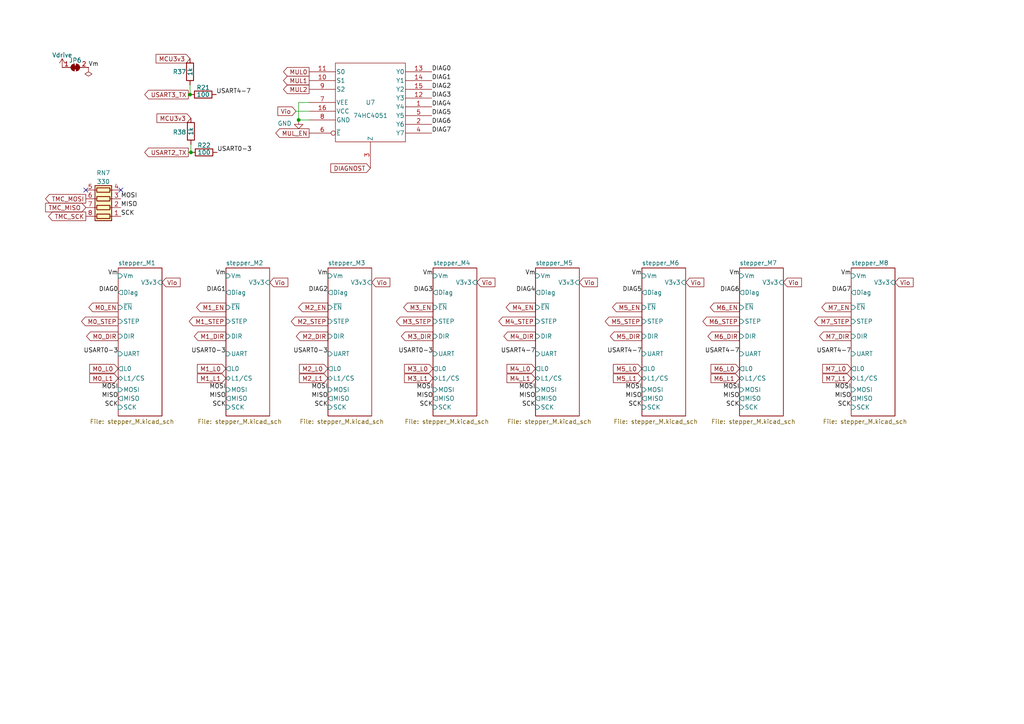
<source format=kicad_sch>
(kicad_sch (version 20211123) (generator eeschema)
  (paper "A4")
  (lib_symbols
    (symbol "Device:R" (pin_numbers hide) (pin_names (offset 0))
      (property "Reference" "R" (at 2.032 0 90))
      (property "Value" "R" (at 0 0 90))
      (symbol "R_0_1"
        (rectangle (start -1.016 -2.54) (end 1.016 2.54) (stroke (width 0.254)))
      )
      (symbol "R_1_1"
        (pin passive line (at 0 3.81 270) (length 1.27) (name "~") (number "1"))
        (pin passive line (at 0 -3.81 90) (length 1.27) (name "~") (number "2"))
      )
    )
    (symbol "Device:R_Pack04" (pin_names (offset 0) hide)
      (property "Reference" "RN" (at -7.62 0 90))
      (property "Value" "R_Pack04" (at 5.08 0 90))
      (symbol "R_Pack04_0_1"
        (rectangle (start -6.35 -2.413) (end 3.81 2.413) (stroke (width 0.254)) (fill (type background)))
        (rectangle (start -5.715 1.905) (end -4.445 -1.905) (stroke (width 0.254)))
        (rectangle (start -3.175 1.905) (end -1.905 -1.905) (stroke (width 0.254)))
        (rectangle (start -0.635 1.905) (end 0.635 -1.905) (stroke (width 0.254)))
        (polyline (pts (xy -5.08 -2.54) (xy -5.08 -1.905)))
        (polyline (pts (xy -5.08 1.905) (xy -5.08 2.54)))
        (polyline (pts (xy -2.54 -2.54) (xy -2.54 -1.905)))
        (polyline (pts (xy -2.54 1.905) (xy -2.54 2.54)))
        (polyline (pts (xy 0 -2.54) (xy 0 -1.905)))
        (polyline (pts (xy 0 1.905) (xy 0 2.54)))
        (polyline (pts (xy 2.54 -2.54) (xy 2.54 -1.905)))
        (polyline (pts (xy 2.54 1.905) (xy 2.54 2.54)))
        (rectangle (start 1.905 1.905) (end 3.175 -1.905) (stroke (width 0.254)))
      )
      (symbol "R_Pack04_1_1"
        (pin passive line (at -5.08 -5.08 90) (length 2.54) (name "R1.1") (number "1"))
        (pin passive line (at -2.54 -5.08 90) (length 2.54) (name "R2.1") (number "2"))
        (pin passive line (at 0 -5.08 90) (length 2.54) (name "R3.1") (number "3"))
        (pin passive line (at 2.54 -5.08 90) (length 2.54) (name "R4.1") (number "4"))
        (pin passive line (at 2.54 5.08 270) (length 2.54) (name "R4.2") (number "5"))
        (pin passive line (at 0 5.08 270) (length 2.54) (name "R3.2") (number "6"))
        (pin passive line (at -2.54 5.08 270) (length 2.54) (name "R2.2") (number "7"))
        (pin passive line (at -5.08 5.08 270) (length 2.54) (name "R1.2") (number "8"))
      )
    )
    (symbol "Jumper:SolderJumper_2_Bridged" (pin_names (offset 0) hide)
      (property "Reference" "JP" (at 0 2.032 0))
      (property "Value" "SolderJumper_2_Bridged" (at 0 -2.54 0))
      (symbol "SolderJumper_2_Bridged_0_1"
        (rectangle (start -0.508 0.508) (end 0.508 -0.508) (fill (type outline)))
        (arc (start -0.254 1.016) (mid -1.27 0) (end -0.254 -1.016))
        (arc (start -0.254 1.016) (mid -1.27 0) (end -0.254 -1.016) (fill (type outline)))
        (polyline (pts (xy -0.254 1.016) (xy -0.254 -1.016)))
        (polyline (pts (xy 0.254 1.016) (xy 0.254 -1.016)))
        (arc (start 0.254 -1.016) (mid 1.27 0) (end 0.254 1.016))
        (arc (start 0.254 -1.016) (mid 1.27 0) (end 0.254 1.016) (fill (type outline)))
      )
      (symbol "SolderJumper_2_Bridged_1_1"
        (pin passive line (at -3.81 0 0) (length 2.54) (name "A") (number "1"))
        (pin passive line (at 3.81 0 180) (length 2.54) (name "B") (number "2"))
      )
    )
    (symbol "power:GND" (power) (pin_names (offset 0))
      (property "Value" "GND" (at 0 -3.81 0))
      (symbol "GND_0_1"
        (polyline (pts (xy 0 0) (xy 0 -1.27) (xy 1.27 -1.27) (xy 0 -2.54) (xy -1.27 -1.27) (xy 0 -1.27)))
      )
      (symbol "GND_1_1"
        (pin power_in line (at 0 0 270) (length 0) hide (name "GND") (number "1"))
      )
    )
    (symbol "power:PWR_FLAG" (power) (pin_numbers hide) (pin_names (offset 0) hide)
      (property "Value" "PWR_FLAG" (at 0 3.81 0))
      (symbol "PWR_FLAG_0_0"
        (pin power_out line (at 0 0 90) (length 0) (name "pwr") (number "1"))
      )
      (symbol "PWR_FLAG_0_1"
        (polyline (pts (xy 0 0) (xy 0 1.27) (xy -1.016 1.905) (xy 0 2.54) (xy 1.016 1.905) (xy 0 1.27)))
      )
    )
    (symbol "power:Vdrive" (power) (pin_names (offset 0))
      (property "Value" "Vdrive" (at 0 3.81 0))
      (symbol "Vdrive_0_1"
        (polyline (pts (xy -0.762 1.27) (xy 0 2.54)))
        (polyline (pts (xy 0 0) (xy 0 2.54)))
        (polyline (pts (xy 0 2.54) (xy 0.762 1.27)))
      )
      (symbol "Vdrive_1_1"
        (pin power_in line (at 0 0 90) (length 0) hide (name "Vdrive") (number "1"))
      )
    )
    (symbol "stm32-rescue:74HC4051" (pin_names (offset 0.254))
      (property "Reference" "U" (at 0 0 0))
      (property "Value" "74HC4051" (at 0 -3.81 0))
      (symbol "74HC4051_0_1"
        (rectangle (start -10.16 11.43) (end 10.16 -11.43))
      )
      (symbol "74HC4051_1_1"
        (pin bidirectional line (at 17.78 -1.27 180) (length 7.62) (name "Y4") (number "1"))
        (pin input line (at -17.78 6.35 0) (length 7.62) (name "S1") (number "10"))
        (pin input line (at -17.78 8.89 0) (length 7.62) (name "S0") (number "11"))
        (pin bidirectional line (at 17.78 1.27 180) (length 7.62) (name "Y3") (number "12"))
        (pin bidirectional line (at 17.78 8.89 180) (length 7.62) (name "Y0") (number "13"))
        (pin bidirectional line (at 17.78 6.35 180) (length 7.62) (name "Y1") (number "14"))
        (pin bidirectional line (at 17.78 3.81 180) (length 7.62) (name "Y2") (number "15"))
        (pin power_in line (at -17.78 -2.54 0) (length 7.62) (name "VCC") (number "16"))
        (pin bidirectional line (at 17.78 -6.35 180) (length 7.62) (name "Y6") (number "2"))
        (pin bidirectional line (at 0 -19.05 90) (length 7.62) (name "Z") (number "3"))
        (pin bidirectional line (at 17.78 -8.89 180) (length 7.62) (name "Y7") (number "4"))
        (pin bidirectional line (at 17.78 -3.81 180) (length 7.62) (name "Y5") (number "5"))
        (pin input inverted (at -17.78 -8.89 0) (length 7.62) (name "~{E}") (number "6"))
        (pin power_in line (at -17.78 0 0) (length 7.62) (name "VEE") (number "7"))
        (pin power_in line (at -17.78 -5.08 0) (length 7.62) (name "GND") (number "8"))
        (pin input line (at -17.78 3.81 0) (length 7.62) (name "S2") (number "9"))
      )
    )
  )
  (junction (at 55.372 44.196))
  (junction (at 55.118 27.432))
  (junction (at 86.614 34.798))
  (no_connect (at 24.892 55.118))
  (no_connect (at 35.052 55.118))
  (wire (pts (xy 86.614 34.798) (xy 89.662 34.798)))
  (wire (pts (xy 55.372 44.196) (xy 54.61 44.196)))
  (wire (pts (xy 89.662 29.718) (xy 86.614 29.718)))
  (wire (pts (xy 86.614 29.718) (xy 86.614 34.798)))
  (wire (pts (xy 54.61 27.432) (xy 55.118 27.432)))
  (wire (pts (xy 85.852 32.258) (xy 89.662 32.258)))
  (wire (pts (xy 55.118 24.638) (xy 55.118 27.432)))
  (wire (pts (xy 55.372 41.91) (xy 55.372 44.196)))
  (label "DIAG0" (at 125.222 20.828 0))
  (label "DIAG3" (at 125.603 84.836 180))
  (label "Vm" (at 155.321 80.01 180))
  (label "DIAG4" (at 155.321 84.836 180))
  (label "USART4-7" (at 155.321 102.616 180))
  (label "DIAG7" (at 125.222 38.608 0))
  (label "USART0-3" (at 65.532 102.616 180))
  (label "DIAG1" (at 65.532 84.836 180))
  (label "DIAG7" (at 246.888 84.836 180))
  (label "MISO" (at 35.052 60.198 0))
  (label "USART0-3" (at 95.123 102.616 180))
  (label "Vm" (at 34.29 80.01 180))
  (label "MOSI" (at 246.888 113.03 180))
  (label "USART0-3" (at 34.29 102.616 180))
  (label "SCK" (at 65.532 118.11 180))
  (label "SCK" (at 95.123 118.11 180))
  (label "DIAG3" (at 125.222 28.448 0))
  (label "SCK" (at 186.182 118.11 180))
  (label "MISO" (at 186.182 115.57 180))
  (label "DIAG6" (at 125.222 36.068 0))
  (label "MOSI" (at 214.503 113.03 180))
  (label "SCK" (at 125.603 118.11 180))
  (label "MISO" (at 65.532 115.57 180))
  (label "SCK" (at 34.29 118.11 180))
  (label "Vm" (at 246.888 80.01 180))
  (label "Vm" (at 25.654 19.558 0))
  (label "MOSI" (at 186.182 113.03 180))
  (label "MISO" (at 125.603 115.57 180))
  (label "SCK" (at 35.052 62.738 0))
  (label "DIAG5" (at 186.182 84.836 180))
  (label "USART4-7" (at 214.503 102.616 180))
  (label "MOSI" (at 35.052 57.658 0))
  (label "USART4-7" (at 62.738 27.432 0))
  (label "DIAG6" (at 214.503 84.836 180))
  (label "USART4-7" (at 246.888 102.616 180))
  (label "Vm" (at 214.503 80.01 180))
  (label "SCK" (at 155.321 118.11 180))
  (label "DIAG1" (at 125.222 23.368 0))
  (label "DIAG0" (at 34.29 84.836 180))
  (label "DIAG2" (at 95.123 84.836 180))
  (label "Vm" (at 95.123 80.01 180))
  (label "DIAG2" (at 125.222 25.908 0))
  (label "USART4-7" (at 186.182 102.616 180))
  (label "USART0-3" (at 62.992 44.196 0))
  (label "MISO" (at 155.321 115.57 180))
  (label "Vm" (at 65.532 80.01 180))
  (label "MOSI" (at 34.29 113.03 180))
  (label "MOSI" (at 155.321 113.03 180))
  (label "Vm" (at 186.182 80.01 180))
  (label "DIAG5" (at 125.222 33.528 0))
  (label "MOSI" (at 95.123 113.03 180))
  (label "MOSI" (at 125.603 113.03 180))
  (label "MISO" (at 95.123 115.57 180))
  (label "SCK" (at 246.888 118.11 180))
  (label "USART0-3" (at 125.603 102.616 180))
  (label "MISO" (at 214.503 115.57 180))
  (label "MISO" (at 246.888 115.57 180))
  (label "MOSI" (at 65.532 113.03 180))
  (label "DIAG4" (at 125.222 30.988 0))
  (label "SCK" (at 214.503 118.11 180))
  (label "MISO" (at 34.29 115.57 180))
  (label "Vm" (at 125.603 80.01 180))
  (global_label "MUL_EN" (shape output) (at 89.662 38.608 180) (property "Intersheet References" "${INTERSHEET_REFS}" (effects hide)))
  (global_label "M0_EN" (shape output) (at 34.29 89.154 180) (property "Intersheet References" "${INTERSHEET_REFS}" (effects hide)))
  (global_label "M7_L1" (shape input) (at 246.888 109.728 180) (property "Intersheet References" "${INTERSHEET_REFS}" (effects hide)))
  (global_label "M4_STEP" (shape output) (at 155.321 93.218 180) (property "Intersheet References" "${INTERSHEET_REFS}" (effects hide)))
  (global_label "M7_EN" (shape output) (at 246.888 89.154 180) (property "Intersheet References" "${INTERSHEET_REFS}" (effects hide)))
  (global_label "M3_EN" (shape output) (at 125.603 89.154 180) (property "Intersheet References" "${INTERSHEET_REFS}" (effects hide)))
  (global_label "M1_L0" (shape input) (at 65.532 106.934 180) (property "Intersheet References" "${INTERSHEET_REFS}" (effects hide)))
  (global_label "M1_DIR" (shape output) (at 65.532 97.536 180) (property "Intersheet References" "${INTERSHEET_REFS}" (effects hide)))
  (global_label "M5_L1" (shape input) (at 186.182 109.728 180) (property "Intersheet References" "${INTERSHEET_REFS}" (effects hide)))
  (global_label "Vio" (shape input) (at 227.203 81.915 0) (property "Intersheet References" "${INTERSHEET_REFS}" (effects hide)))
  (global_label "Vio" (shape input) (at 85.852 32.258 180) (property "Intersheet References" "${INTERSHEET_REFS}" (effects hide)))
  (global_label "TMC_SCK" (shape output) (at 24.892 62.738 180) (property "Intersheet References" "${INTERSHEET_REFS}" (effects hide)))
  (global_label "M5_L0" (shape input) (at 186.182 106.934 180) (property "Intersheet References" "${INTERSHEET_REFS}" (effects hide)))
  (global_label "M3_DIR" (shape output) (at 125.603 97.536 180) (property "Intersheet References" "${INTERSHEET_REFS}" (effects hide)))
  (global_label "M6_EN" (shape output) (at 214.503 89.154 180) (property "Intersheet References" "${INTERSHEET_REFS}" (effects hide)))
  (global_label "M1_L1" (shape input) (at 65.532 109.728 180) (property "Intersheet References" "${INTERSHEET_REFS}" (effects hide)))
  (global_label "M0_STEP" (shape output) (at 34.29 93.218 180) (property "Intersheet References" "${INTERSHEET_REFS}" (effects hide)))
  (global_label "Vio" (shape input) (at 78.232 81.915 0) (property "Intersheet References" "${INTERSHEET_REFS}" (effects hide)))
  (global_label "MUL0" (shape output) (at 89.662 20.828 180) (property "Intersheet References" "${INTERSHEET_REFS}" (effects hide)))
  (global_label "USART2_TX" (shape output) (at 54.61 44.196 180) (property "Intersheet References" "${INTERSHEET_REFS}" (effects hide)))
  (global_label "Vio" (shape input) (at 107.823 81.915 0) (property "Intersheet References" "${INTERSHEET_REFS}" (effects hide)))
  (global_label "M1_EN" (shape output) (at 65.532 89.154 180) (property "Intersheet References" "${INTERSHEET_REFS}" (effects hide)))
  (global_label "M7_DIR" (shape output) (at 246.888 97.536 180) (property "Intersheet References" "${INTERSHEET_REFS}" (effects hide)))
  (global_label "USART3_TX" (shape output) (at 54.61 27.432 180) (property "Intersheet References" "${INTERSHEET_REFS}" (effects hide)))
  (global_label "DIAGNOST" (shape input) (at 107.442 48.768 180) (property "Intersheet References" "${INTERSHEET_REFS}" (effects hide)))
  (global_label "M0_L0" (shape input) (at 34.29 106.934 180) (property "Intersheet References" "${INTERSHEET_REFS}" (effects hide)))
  (global_label "Vio" (shape input) (at 46.99 81.915 0) (property "Intersheet References" "${INTERSHEET_REFS}" (effects hide)))
  (global_label "M2_EN" (shape output) (at 95.123 89.154 180) (property "Intersheet References" "${INTERSHEET_REFS}" (effects hide)))
  (global_label "Vio" (shape input) (at 198.882 81.915 0) (property "Intersheet References" "${INTERSHEET_REFS}" (effects hide)))
  (global_label "M7_STEP" (shape output) (at 246.888 93.218 180) (property "Intersheet References" "${INTERSHEET_REFS}" (effects hide)))
  (global_label "M5_STEP" (shape output) (at 186.182 93.218 180) (property "Intersheet References" "${INTERSHEET_REFS}" (effects hide)))
  (global_label "MCU3v3" (shape input) (at 55.118 17.018 180) (property "Intersheet References" "${INTERSHEET_REFS}" (effects hide)))
  (global_label "M2_STEP" (shape output) (at 95.123 93.218 180) (property "Intersheet References" "${INTERSHEET_REFS}" (effects hide)))
  (global_label "Vio" (shape input) (at 138.303 81.915 0) (property "Intersheet References" "${INTERSHEET_REFS}" (effects hide)))
  (global_label "M3_L0" (shape input) (at 125.603 106.934 180) (property "Intersheet References" "${INTERSHEET_REFS}" (effects hide)))
  (global_label "M0_DIR" (shape output) (at 34.29 97.536 180) (property "Intersheet References" "${INTERSHEET_REFS}" (effects hide)))
  (global_label "M6_L0" (shape input) (at 214.503 106.934 180) (property "Intersheet References" "${INTERSHEET_REFS}" (effects hide)))
  (global_label "M2_L0" (shape input) (at 95.123 106.934 180) (property "Intersheet References" "${INTERSHEET_REFS}" (effects hide)))
  (global_label "Vio" (shape input) (at 168.021 81.915 0) (property "Intersheet References" "${INTERSHEET_REFS}" (effects hide)))
  (global_label "M6_L1" (shape input) (at 214.503 109.728 180) (property "Intersheet References" "${INTERSHEET_REFS}" (effects hide)))
  (global_label "M4_L1" (shape input) (at 155.321 109.728 180) (property "Intersheet References" "${INTERSHEET_REFS}" (effects hide)))
  (global_label "M4_EN" (shape output) (at 155.321 89.154 180) (property "Intersheet References" "${INTERSHEET_REFS}" (effects hide)))
  (global_label "TMC_MISO" (shape input) (at 24.892 60.198 180) (property "Intersheet References" "${INTERSHEET_REFS}" (effects hide)))
  (global_label "M0_L1" (shape input) (at 34.29 109.728 180) (property "Intersheet References" "${INTERSHEET_REFS}" (effects hide)))
  (global_label "MUL2" (shape output) (at 89.662 25.908 180) (property "Intersheet References" "${INTERSHEET_REFS}" (effects hide)))
  (global_label "TMC_MOSI" (shape output) (at 24.892 57.658 180) (property "Intersheet References" "${INTERSHEET_REFS}" (effects hide)))
  (global_label "M4_DIR" (shape output) (at 155.321 97.536 180) (property "Intersheet References" "${INTERSHEET_REFS}" (effects hide)))
  (global_label "MUL1" (shape output) (at 89.662 23.368 180) (property "Intersheet References" "${INTERSHEET_REFS}" (effects hide)))
  (global_label "M5_EN" (shape output) (at 186.182 89.154 180) (property "Intersheet References" "${INTERSHEET_REFS}" (effects hide)))
  (global_label "M3_STEP" (shape output) (at 125.603 93.218 180) (property "Intersheet References" "${INTERSHEET_REFS}" (effects hide)))
  (global_label "M6_STEP" (shape output) (at 214.503 93.218 180) (property "Intersheet References" "${INTERSHEET_REFS}" (effects hide)))
  (global_label "Vio" (shape input) (at 259.588 81.915 0) (property "Intersheet References" "${INTERSHEET_REFS}" (effects hide)))
  (global_label "M1_STEP" (shape output) (at 65.532 93.218 180) (property "Intersheet References" "${INTERSHEET_REFS}" (effects hide)))
  (global_label "MCU3v3" (shape input) (at 55.372 34.29 180) (property "Intersheet References" "${INTERSHEET_REFS}" (effects hide)))
  (global_label "M4_L0" (shape input) (at 155.321 106.934 180) (property "Intersheet References" "${INTERSHEET_REFS}" (effects hide)))
  (global_label "M5_DIR" (shape output) (at 186.182 97.536 180) (property "Intersheet References" "${INTERSHEET_REFS}" (effects hide)))
  (global_label "M2_DIR" (shape output) (at 95.123 97.536 180) (property "Intersheet References" "${INTERSHEET_REFS}" (effects hide)))
  (global_label "M6_DIR" (shape output) (at 214.503 97.536 180) (property "Intersheet References" "${INTERSHEET_REFS}" (effects hide)))
  (global_label "M3_L1" (shape input) (at 125.603 109.728 180) (property "Intersheet References" "${INTERSHEET_REFS}" (effects hide)))
  (global_label "M2_L1" (shape input) (at 95.123 109.728 180) (property "Intersheet References" "${INTERSHEET_REFS}" (effects hide)))
  (global_label "M7_L0" (shape input) (at 246.888 106.934 180) (property "Intersheet References" "${INTERSHEET_REFS}" (effects hide)))
  (symbol (lib_id "Jumper:SolderJumper_2_Bridged") (at 21.844 19.558 0) (unit 1)
    (property "Reference" "JP6" (at 21.844 17.5062 0))
    (property "Value" "Vdrive" (effects hide))
    (property "Footprint" "Jumper:SolderJumper-2_P1.3mm_Open_TrianglePad1.0x1.5mm" (effects hide))
  )
  (symbol (lib_id "Device:R") (at 59.182 44.196 90) (unit 1)
    (property "Reference" "R22" (at 59.182 42.164 90))
    (property "Value" "100" (at 59.182 44.196 90))
    (property "Footprint" "Resistor_SMD:R_0603_1608Metric_Pad0.98x0.95mm_HandSolder" (effects hide))
  )
  (symbol (lib_id "Device:R") (at 55.372 38.1 180) (unit 1)
    (property "Reference" "R38" (at 52.07 38.354 0))
    (property "Value" "1k" (at 55.372 38.1 90))
    (property "Footprint" "Resistor_SMD:R_0603_1608Metric_Pad0.98x0.95mm_HandSolder" (effects hide))
  )
  (symbol (lib_id "power:GND") (at 86.614 34.798 0) (unit 1)
    (property "Reference" "#PWR038" (effects hide))
    (property "Value" "GND" (at 82.55 35.814 0))
  )
  (symbol (lib_id "power:Vdrive") (at 18.034 19.558 0) (unit 1)
    (property "Reference" "#PWR018" (effects hide))
    (property "Value" "Vdrive" (at 18.034 15.9822 0))
  )
  (symbol (lib_id "power:PWR_FLAG") (at 25.654 19.558 180) (unit 1)
    (property "Reference" "#FLG0104" (effects hide))
    (property "Value" "PWR_FLAG" (effects hide))
  )
  (symbol (lib_id "stm32-rescue:74HC4051") (at 107.442 29.718 0) (unit 1)
    (property "Reference" "U7" (at 107.442 29.718 0))
    (property "Value" "74HC4051" (at 107.442 33.528 0))
    (property "Footprint" "Package_SO:SOIC-16_3.9x9.9mm_P1.27mm" (effects hide))
  )
  (symbol (lib_id "Device:R") (at 58.928 27.432 90) (unit 1)
    (property "Reference" "R21" (at 58.928 25.4 90))
    (property "Value" "100" (at 58.928 27.432 90))
    (property "Footprint" "Resistor_SMD:R_0603_1608Metric_Pad0.98x0.95mm_HandSolder" (effects hide))
  )
  (symbol (lib_id "Device:R_Pack04") (at 29.972 57.658 90) (unit 1)
    (property "Reference" "RN7" (at 29.972 50.1482 90))
    (property "Value" "330" (at 29.972 52.6851 90))
    (property "Footprint" "Resistor_SMD:R_Array_Convex_4x0603" (effects hide))
  )
  (symbol (lib_id "Device:R") (at 55.118 20.828 180) (unit 1)
    (property "Reference" "R37" (at 52.07 20.828 0))
    (property "Value" "1k" (at 55.118 20.828 90))
    (property "Footprint" "Resistor_SMD:R_0603_1608Metric_Pad0.98x0.95mm_HandSolder" (effects hide))
  )
  (sheet (at 186.182 77.724) (size 12.7 42.926) (stroke (width 0.1524))
    (property "Sheet name" "stepper_M6" (at 186.182 77.0124 0) (effects (justify left bottom)))
    (property "Sheet file" "stepper_M.kicad_sch" (at 177.927 121.539 0) (effects (justify left top)))
    (pin "Vm" input (at 186.182 80.01 180))
    (pin "Diag" output (at 186.182 84.836 180))
    (pin "~{EN}" input (at 186.182 89.154 180))
    (pin "STEP" input (at 186.182 93.218 180))
    (pin "DIR" input (at 186.182 97.536 180))
    (pin "MOSI" input (at 186.182 113.03 180))
    (pin "MISO" output (at 186.182 115.57 180))
    (pin "SCK" input (at 186.182 118.11 180))
    (pin "L1{slash}CS" bidirectional (at 186.182 109.728 180))
    (pin "UART" input (at 186.182 102.616 180))
    (pin "L0" output (at 186.182 106.934 180))
    (pin "V3v3" input (at 198.882 81.915 0))
  )
  (sheet (at 34.29 77.724) (size 12.7 42.926) (stroke (width 0.1524))
    (property "Sheet name" "stepper_M1" (at 34.29 77.0124 0) (effects (justify left bottom)))
    (property "Sheet file" "stepper_M.kicad_sch" (at 26.035 121.539 0) (effects (justify left top)))
    (pin "Vm" input (at 34.29 80.01 180))
    (pin "Diag" output (at 34.29 84.836 180))
    (pin "~{EN}" input (at 34.29 89.154 180))
    (pin "STEP" input (at 34.29 93.218 180))
    (pin "DIR" input (at 34.29 97.536 180))
    (pin "MOSI" input (at 34.29 113.03 180))
    (pin "MISO" output (at 34.29 115.57 180))
    (pin "SCK" input (at 34.29 118.11 180))
    (pin "L1{slash}CS" bidirectional (at 34.29 109.728 180))
    (pin "UART" input (at 34.29 102.616 180))
    (pin "L0" output (at 34.29 106.934 180))
    (pin "V3v3" input (at 46.99 81.915 0))
  )
  (sheet (at 246.888 77.724) (size 12.7 42.926) (stroke (width 0.1524))
    (property "Sheet name" "stepper_M8" (at 246.888 77.0124 0) (effects (justify left bottom)))
    (property "Sheet file" "stepper_M.kicad_sch" (at 238.633 121.539 0) (effects (justify left top)))
    (pin "Vm" input (at 246.888 80.01 180))
    (pin "Diag" output (at 246.888 84.836 180))
    (pin "~{EN}" input (at 246.888 89.154 180))
    (pin "STEP" input (at 246.888 93.218 180))
    (pin "DIR" input (at 246.888 97.536 180))
    (pin "MOSI" input (at 246.888 113.03 180))
    (pin "MISO" output (at 246.888 115.57 180))
    (pin "SCK" input (at 246.888 118.11 180))
    (pin "L1{slash}CS" bidirectional (at 246.888 109.728 180))
    (pin "UART" input (at 246.888 102.616 180))
    (pin "L0" output (at 246.888 106.934 180))
    (pin "V3v3" input (at 259.588 81.915 0))
  )
  (sheet (at 214.503 77.724) (size 12.7 42.926) (stroke (width 0.1524))
    (property "Sheet name" "stepper_M7" (at 214.503 77.0124 0) (effects (justify left bottom)))
    (property "Sheet file" "stepper_M.kicad_sch" (at 206.248 121.539 0) (effects (justify left top)))
    (pin "Vm" input (at 214.503 80.01 180))
    (pin "Diag" output (at 214.503 84.836 180))
    (pin "~{EN}" input (at 214.503 89.154 180))
    (pin "STEP" input (at 214.503 93.218 180))
    (pin "DIR" input (at 214.503 97.536 180))
    (pin "MOSI" input (at 214.503 113.03 180))
    (pin "MISO" output (at 214.503 115.57 180))
    (pin "SCK" input (at 214.503 118.11 180))
    (pin "L1{slash}CS" bidirectional (at 214.503 109.728 180))
    (pin "UART" input (at 214.503 102.616 180))
    (pin "L0" output (at 214.503 106.934 180))
    (pin "V3v3" input (at 227.203 81.915 0))
  )
  (sheet (at 125.603 77.724) (size 12.7 42.926) (stroke (width 0.1524))
    (property "Sheet name" "stepper_M4" (at 125.603 77.0124 0) (effects (justify left bottom)))
    (property "Sheet file" "stepper_M.kicad_sch" (at 117.348 121.539 0) (effects (justify left top)))
    (pin "Vm" input (at 125.603 80.01 180))
    (pin "Diag" output (at 125.603 84.836 180))
    (pin "~{EN}" input (at 125.603 89.154 180))
    (pin "STEP" input (at 125.603 93.218 180))
    (pin "DIR" input (at 125.603 97.536 180))
    (pin "MOSI" input (at 125.603 113.03 180))
    (pin "MISO" output (at 125.603 115.57 180))
    (pin "SCK" input (at 125.603 118.11 180))
    (pin "L1{slash}CS" bidirectional (at 125.603 109.728 180))
    (pin "UART" input (at 125.603 102.616 180))
    (pin "L0" output (at 125.603 106.934 180))
    (pin "V3v3" input (at 138.303 81.915 0))
  )
  (sheet (at 65.532 77.724) (size 12.7 42.926) (stroke (width 0.1524))
    (property "Sheet name" "stepper_M2" (at 65.532 77.0124 0) (effects (justify left bottom)))
    (property "Sheet file" "stepper_M.kicad_sch" (at 57.277 121.539 0) (effects (justify left top)))
    (pin "Vm" input (at 65.532 80.01 180))
    (pin "Diag" output (at 65.532 84.836 180))
    (pin "~{EN}" input (at 65.532 89.154 180))
    (pin "STEP" input (at 65.532 93.218 180))
    (pin "DIR" input (at 65.532 97.536 180))
    (pin "MOSI" input (at 65.532 113.03 180))
    (pin "MISO" output (at 65.532 115.57 180))
    (pin "SCK" input (at 65.532 118.11 180))
    (pin "L1{slash}CS" bidirectional (at 65.532 109.728 180))
    (pin "UART" input (at 65.532 102.616 180))
    (pin "L0" output (at 65.532 106.934 180))
    (pin "V3v3" input (at 78.232 81.915 0))
  )
  (sheet (at 95.123 77.724) (size 12.7 42.926) (stroke (width 0.1524))
    (property "Sheet name" "stepper_M3" (at 95.123 77.0124 0) (effects (justify left bottom)))
    (property "Sheet file" "stepper_M.kicad_sch" (at 86.868 121.539 0) (effects (justify left top)))
    (pin "Vm" input (at 95.123 80.01 180))
    (pin "Diag" output (at 95.123 84.836 180))
    (pin "~{EN}" input (at 95.123 89.154 180))
    (pin "STEP" input (at 95.123 93.218 180))
    (pin "DIR" input (at 95.123 97.536 180))
    (pin "MOSI" input (at 95.123 113.03 180))
    (pin "MISO" output (at 95.123 115.57 180))
    (pin "SCK" input (at 95.123 118.11 180))
    (pin "L1{slash}CS" bidirectional (at 95.123 109.728 180))
    (pin "UART" input (at 95.123 102.616 180))
    (pin "L0" output (at 95.123 106.934 180))
    (pin "V3v3" input (at 107.823 81.915 0))
  )
  (sheet (at 155.321 77.724) (size 12.7 42.926) (stroke (width 0.1524))
    (property "Sheet name" "stepper_M5" (at 155.321 77.0124 0) (effects (justify left bottom)))
    (property "Sheet file" "stepper_M.kicad_sch" (at 147.066 121.539 0) (effects (justify left top)))
    (pin "Vm" input (at 155.321 80.01 180))
    (pin "Diag" output (at 155.321 84.836 180))
    (pin "~{EN}" input (at 155.321 89.154 180))
    (pin "STEP" input (at 155.321 93.218 180))
    (pin "DIR" input (at 155.321 97.536 180))
    (pin "MOSI" input (at 155.321 113.03 180))
    (pin "MISO" output (at 155.321 115.57 180))
    (pin "SCK" input (at 155.321 118.11 180))
    (pin "L1{slash}CS" bidirectional (at 155.321 109.728 180))
    (pin "UART" input (at 155.321 102.616 180))
    (pin "L0" output (at 155.321 106.934 180))
    (pin "V3v3" input (at 168.021 81.915 0))
  )
)
</source>
